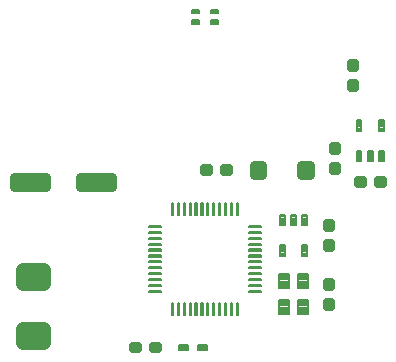
<source format=gbr>
G04 EAGLE Gerber RS-274X export*
G75*
%MOMM*%
%FSLAX34Y34*%
%LPD*%
%INSolderpaste Top*%
%IPPOS*%
%AMOC8*
5,1,8,0,0,1.08239X$1,22.5*%
G01*
%ADD10C,0.500000*%
%ADD11C,0.200000*%
%ADD12C,1.200000*%
%ADD13C,0.203000*%
%ADD14C,0.198000*%
%ADD15C,0.201000*%
%ADD16C,0.800000*%
%ADD17C,0.750000*%


D10*
X-44500Y37500D02*
X-38500Y37500D01*
X-38500Y32500D01*
X-44500Y32500D01*
X-44500Y37500D01*
X-44500Y37250D02*
X-38500Y37250D01*
X-55500Y37500D02*
X-61500Y37500D01*
X-55500Y37500D02*
X-55500Y32500D01*
X-61500Y32500D01*
X-61500Y37500D01*
X-61500Y37250D02*
X-55500Y37250D01*
D11*
X5000Y318000D02*
X11000Y318000D01*
X5000Y318000D02*
X5000Y321000D01*
X11000Y321000D01*
X11000Y318000D01*
X11000Y319900D02*
X5000Y319900D01*
X5000Y309000D02*
X11000Y309000D01*
X5000Y309000D02*
X5000Y312000D01*
X11000Y312000D01*
X11000Y309000D01*
X11000Y310900D02*
X5000Y310900D01*
X-5000Y309000D02*
X-11000Y309000D01*
X-11000Y312000D01*
X-5000Y312000D01*
X-5000Y309000D01*
X-5000Y310900D02*
X-11000Y310900D01*
X-11000Y318000D02*
X-5000Y318000D01*
X-11000Y318000D02*
X-11000Y321000D01*
X-5000Y321000D01*
X-5000Y318000D01*
X-5000Y319900D02*
X-11000Y319900D01*
D12*
X-136000Y51000D02*
X-136000Y39000D01*
X-154000Y39000D01*
X-154000Y51000D01*
X-136000Y51000D01*
X-136000Y50400D02*
X-154000Y50400D01*
X-136000Y89000D02*
X-136000Y101000D01*
X-136000Y89000D02*
X-154000Y89000D01*
X-154000Y101000D01*
X-136000Y101000D01*
X-136000Y100400D02*
X-154000Y100400D01*
D13*
X-5485Y37485D02*
X1985Y37485D01*
X1985Y32515D01*
X-5485Y32515D01*
X-5485Y37485D01*
X-5485Y34443D02*
X1985Y34443D01*
X1985Y36371D02*
X-5485Y36371D01*
X-14515Y37485D02*
X-21985Y37485D01*
X-14515Y37485D02*
X-14515Y32515D01*
X-21985Y32515D01*
X-21985Y37485D01*
X-21985Y34443D02*
X-14515Y34443D01*
X-14515Y36371D02*
X-21985Y36371D01*
D10*
X107500Y118500D02*
X107500Y124500D01*
X107500Y118500D02*
X102500Y118500D01*
X102500Y124500D01*
X107500Y124500D01*
X107500Y123250D02*
X102500Y123250D01*
X107500Y135500D02*
X107500Y141500D01*
X107500Y135500D02*
X102500Y135500D01*
X102500Y141500D01*
X107500Y141500D01*
X107500Y140250D02*
X102500Y140250D01*
D14*
X82490Y138490D02*
X82490Y147510D01*
X86510Y147510D01*
X86510Y138490D01*
X82490Y138490D01*
X82490Y140371D02*
X86510Y140371D01*
X86510Y142252D02*
X82490Y142252D01*
X82490Y144133D02*
X86510Y144133D01*
X86510Y146014D02*
X82490Y146014D01*
X72990Y147510D02*
X72990Y138490D01*
X72990Y147510D02*
X77010Y147510D01*
X77010Y138490D01*
X72990Y138490D01*
X72990Y140371D02*
X77010Y140371D01*
X77010Y142252D02*
X72990Y142252D01*
X72990Y144133D02*
X77010Y144133D01*
X77010Y146014D02*
X72990Y146014D01*
X63490Y147510D02*
X63490Y138490D01*
X63490Y147510D02*
X67510Y147510D01*
X67510Y138490D01*
X63490Y138490D01*
X63490Y140371D02*
X67510Y140371D01*
X67510Y142252D02*
X63490Y142252D01*
X63490Y144133D02*
X67510Y144133D01*
X67510Y146014D02*
X63490Y146014D01*
X63490Y121510D02*
X63490Y112490D01*
X63490Y121510D02*
X67510Y121510D01*
X67510Y112490D01*
X63490Y112490D01*
X63490Y114371D02*
X67510Y114371D01*
X67510Y116252D02*
X63490Y116252D01*
X63490Y118133D02*
X67510Y118133D01*
X67510Y120014D02*
X63490Y120014D01*
X82490Y121510D02*
X82490Y112490D01*
X82490Y121510D02*
X86510Y121510D01*
X86510Y112490D01*
X82490Y112490D01*
X82490Y114371D02*
X86510Y114371D01*
X86510Y116252D02*
X82490Y116252D01*
X82490Y118133D02*
X86510Y118133D01*
X86510Y120014D02*
X82490Y120014D01*
D15*
X47495Y82995D02*
X37505Y82995D01*
X47495Y82995D02*
X47495Y82005D01*
X37505Y82005D01*
X37505Y82995D01*
X37505Y87995D02*
X47495Y87995D01*
X47495Y87005D01*
X37505Y87005D01*
X37505Y87995D01*
X37505Y92995D02*
X47495Y92995D01*
X47495Y92005D01*
X37505Y92005D01*
X37505Y92995D01*
X37505Y97995D02*
X47495Y97995D01*
X47495Y97005D01*
X37505Y97005D01*
X37505Y97995D01*
X37505Y102995D02*
X47495Y102995D01*
X47495Y102005D01*
X37505Y102005D01*
X37505Y102995D01*
X37505Y107995D02*
X47495Y107995D01*
X47495Y107005D01*
X37505Y107005D01*
X37505Y107995D01*
X37505Y112995D02*
X47495Y112995D01*
X47495Y112005D01*
X37505Y112005D01*
X37505Y112995D01*
X37505Y117995D02*
X47495Y117995D01*
X47495Y117005D01*
X37505Y117005D01*
X37505Y117995D01*
X37505Y122995D02*
X47495Y122995D01*
X47495Y122005D01*
X37505Y122005D01*
X37505Y122995D01*
X37505Y127995D02*
X47495Y127995D01*
X47495Y127005D01*
X37505Y127005D01*
X37505Y127995D01*
X37505Y132995D02*
X47495Y132995D01*
X47495Y132005D01*
X37505Y132005D01*
X37505Y132995D01*
X37505Y137995D02*
X47495Y137995D01*
X47495Y137005D01*
X37505Y137005D01*
X37505Y137995D01*
X27005Y147505D02*
X27005Y157495D01*
X27995Y157495D01*
X27995Y147505D01*
X27005Y147505D01*
X27005Y149414D02*
X27995Y149414D01*
X27995Y151323D02*
X27005Y151323D01*
X27005Y153232D02*
X27995Y153232D01*
X27995Y155141D02*
X27005Y155141D01*
X27005Y157050D02*
X27995Y157050D01*
X22005Y157495D02*
X22005Y147505D01*
X22005Y157495D02*
X22995Y157495D01*
X22995Y147505D01*
X22005Y147505D01*
X22005Y149414D02*
X22995Y149414D01*
X22995Y151323D02*
X22005Y151323D01*
X22005Y153232D02*
X22995Y153232D01*
X22995Y155141D02*
X22005Y155141D01*
X22005Y157050D02*
X22995Y157050D01*
X17005Y157495D02*
X17005Y147505D01*
X17005Y157495D02*
X17995Y157495D01*
X17995Y147505D01*
X17005Y147505D01*
X17005Y149414D02*
X17995Y149414D01*
X17995Y151323D02*
X17005Y151323D01*
X17005Y153232D02*
X17995Y153232D01*
X17995Y155141D02*
X17005Y155141D01*
X17005Y157050D02*
X17995Y157050D01*
X12005Y157495D02*
X12005Y147505D01*
X12005Y157495D02*
X12995Y157495D01*
X12995Y147505D01*
X12005Y147505D01*
X12005Y149414D02*
X12995Y149414D01*
X12995Y151323D02*
X12005Y151323D01*
X12005Y153232D02*
X12995Y153232D01*
X12995Y155141D02*
X12005Y155141D01*
X12005Y157050D02*
X12995Y157050D01*
X7005Y157495D02*
X7005Y147505D01*
X7005Y157495D02*
X7995Y157495D01*
X7995Y147505D01*
X7005Y147505D01*
X7005Y149414D02*
X7995Y149414D01*
X7995Y151323D02*
X7005Y151323D01*
X7005Y153232D02*
X7995Y153232D01*
X7995Y155141D02*
X7005Y155141D01*
X7005Y157050D02*
X7995Y157050D01*
X2995Y157495D02*
X2995Y147505D01*
X2005Y147505D01*
X2005Y157495D01*
X2995Y157495D01*
X2995Y149414D02*
X2005Y149414D01*
X2005Y151323D02*
X2995Y151323D01*
X2995Y153232D02*
X2005Y153232D01*
X2005Y155141D02*
X2995Y155141D01*
X2995Y157050D02*
X2005Y157050D01*
X-2995Y157495D02*
X-2995Y147505D01*
X-2995Y157495D02*
X-2005Y157495D01*
X-2005Y147505D01*
X-2995Y147505D01*
X-2995Y149414D02*
X-2005Y149414D01*
X-2005Y151323D02*
X-2995Y151323D01*
X-2995Y153232D02*
X-2005Y153232D01*
X-2005Y155141D02*
X-2995Y155141D01*
X-2995Y157050D02*
X-2005Y157050D01*
X-7995Y157495D02*
X-7995Y147505D01*
X-7995Y157495D02*
X-7005Y157495D01*
X-7005Y147505D01*
X-7995Y147505D01*
X-7995Y149414D02*
X-7005Y149414D01*
X-7005Y151323D02*
X-7995Y151323D01*
X-7995Y153232D02*
X-7005Y153232D01*
X-7005Y155141D02*
X-7995Y155141D01*
X-7995Y157050D02*
X-7005Y157050D01*
X-12995Y157495D02*
X-12995Y147505D01*
X-12995Y157495D02*
X-12005Y157495D01*
X-12005Y147505D01*
X-12995Y147505D01*
X-12995Y149414D02*
X-12005Y149414D01*
X-12005Y151323D02*
X-12995Y151323D01*
X-12995Y153232D02*
X-12005Y153232D01*
X-12005Y155141D02*
X-12995Y155141D01*
X-12995Y157050D02*
X-12005Y157050D01*
X-17995Y157495D02*
X-17995Y147505D01*
X-17995Y157495D02*
X-17005Y157495D01*
X-17005Y147505D01*
X-17995Y147505D01*
X-17995Y149414D02*
X-17005Y149414D01*
X-17005Y151323D02*
X-17995Y151323D01*
X-17995Y153232D02*
X-17005Y153232D01*
X-17005Y155141D02*
X-17995Y155141D01*
X-17995Y157050D02*
X-17005Y157050D01*
X-22995Y157495D02*
X-22995Y147505D01*
X-22995Y157495D02*
X-22005Y157495D01*
X-22005Y147505D01*
X-22995Y147505D01*
X-22995Y149414D02*
X-22005Y149414D01*
X-22005Y151323D02*
X-22995Y151323D01*
X-22995Y153232D02*
X-22005Y153232D01*
X-22005Y155141D02*
X-22995Y155141D01*
X-22995Y157050D02*
X-22005Y157050D01*
X-27995Y157495D02*
X-27995Y147505D01*
X-27995Y157495D02*
X-27005Y157495D01*
X-27005Y147505D01*
X-27995Y147505D01*
X-27995Y149414D02*
X-27005Y149414D01*
X-27005Y151323D02*
X-27995Y151323D01*
X-27995Y153232D02*
X-27005Y153232D01*
X-27005Y155141D02*
X-27995Y155141D01*
X-27995Y157050D02*
X-27005Y157050D01*
X-37505Y137995D02*
X-47495Y137995D01*
X-37505Y137995D02*
X-37505Y137005D01*
X-47495Y137005D01*
X-47495Y137995D01*
X-47495Y132995D02*
X-37505Y132995D01*
X-37505Y132005D01*
X-47495Y132005D01*
X-47495Y132995D01*
X-47495Y127995D02*
X-37505Y127995D01*
X-37505Y127005D01*
X-47495Y127005D01*
X-47495Y127995D01*
X-47495Y122995D02*
X-37505Y122995D01*
X-37505Y122005D01*
X-47495Y122005D01*
X-47495Y122995D01*
X-47495Y117995D02*
X-37505Y117995D01*
X-37505Y117005D01*
X-47495Y117005D01*
X-47495Y117995D01*
X-47495Y112995D02*
X-37505Y112995D01*
X-37505Y112005D01*
X-47495Y112005D01*
X-47495Y112995D01*
X-47495Y107995D02*
X-37505Y107995D01*
X-37505Y107005D01*
X-47495Y107005D01*
X-47495Y107995D01*
X-47495Y102995D02*
X-37505Y102995D01*
X-37505Y102005D01*
X-47495Y102005D01*
X-47495Y102995D01*
X-47495Y97995D02*
X-37505Y97995D01*
X-37505Y97005D01*
X-47495Y97005D01*
X-47495Y97995D01*
X-47495Y92995D02*
X-37505Y92995D01*
X-37505Y92005D01*
X-47495Y92005D01*
X-47495Y92995D01*
X-47495Y87995D02*
X-37505Y87995D01*
X-37505Y87005D01*
X-47495Y87005D01*
X-47495Y87995D01*
X-47495Y82995D02*
X-37505Y82995D01*
X-37505Y82005D01*
X-47495Y82005D01*
X-47495Y82995D01*
X-27995Y72495D02*
X-27995Y62505D01*
X-27995Y72495D02*
X-27005Y72495D01*
X-27005Y62505D01*
X-27995Y62505D01*
X-27995Y64414D02*
X-27005Y64414D01*
X-27005Y66323D02*
X-27995Y66323D01*
X-27995Y68232D02*
X-27005Y68232D01*
X-27005Y70141D02*
X-27995Y70141D01*
X-27995Y72050D02*
X-27005Y72050D01*
X-22995Y72495D02*
X-22995Y62505D01*
X-22995Y72495D02*
X-22005Y72495D01*
X-22005Y62505D01*
X-22995Y62505D01*
X-22995Y64414D02*
X-22005Y64414D01*
X-22005Y66323D02*
X-22995Y66323D01*
X-22995Y68232D02*
X-22005Y68232D01*
X-22005Y70141D02*
X-22995Y70141D01*
X-22995Y72050D02*
X-22005Y72050D01*
X-17995Y72495D02*
X-17995Y62505D01*
X-17995Y72495D02*
X-17005Y72495D01*
X-17005Y62505D01*
X-17995Y62505D01*
X-17995Y64414D02*
X-17005Y64414D01*
X-17005Y66323D02*
X-17995Y66323D01*
X-17995Y68232D02*
X-17005Y68232D01*
X-17005Y70141D02*
X-17995Y70141D01*
X-17995Y72050D02*
X-17005Y72050D01*
X-12995Y72495D02*
X-12995Y62505D01*
X-12995Y72495D02*
X-12005Y72495D01*
X-12005Y62505D01*
X-12995Y62505D01*
X-12995Y64414D02*
X-12005Y64414D01*
X-12005Y66323D02*
X-12995Y66323D01*
X-12995Y68232D02*
X-12005Y68232D01*
X-12005Y70141D02*
X-12995Y70141D01*
X-12995Y72050D02*
X-12005Y72050D01*
X-7995Y72495D02*
X-7995Y62505D01*
X-7995Y72495D02*
X-7005Y72495D01*
X-7005Y62505D01*
X-7995Y62505D01*
X-7995Y64414D02*
X-7005Y64414D01*
X-7005Y66323D02*
X-7995Y66323D01*
X-7995Y68232D02*
X-7005Y68232D01*
X-7005Y70141D02*
X-7995Y70141D01*
X-7995Y72050D02*
X-7005Y72050D01*
X-2995Y72495D02*
X-2995Y62505D01*
X-2995Y72495D02*
X-2005Y72495D01*
X-2005Y62505D01*
X-2995Y62505D01*
X-2995Y64414D02*
X-2005Y64414D01*
X-2005Y66323D02*
X-2995Y66323D01*
X-2995Y68232D02*
X-2005Y68232D01*
X-2005Y70141D02*
X-2995Y70141D01*
X-2995Y72050D02*
X-2005Y72050D01*
X2005Y72495D02*
X2005Y62505D01*
X2005Y72495D02*
X2995Y72495D01*
X2995Y62505D01*
X2005Y62505D01*
X2005Y64414D02*
X2995Y64414D01*
X2995Y66323D02*
X2005Y66323D01*
X2005Y68232D02*
X2995Y68232D01*
X2995Y70141D02*
X2005Y70141D01*
X2005Y72050D02*
X2995Y72050D01*
X7005Y72495D02*
X7005Y62505D01*
X7005Y72495D02*
X7995Y72495D01*
X7995Y62505D01*
X7005Y62505D01*
X7005Y64414D02*
X7995Y64414D01*
X7995Y66323D02*
X7005Y66323D01*
X7005Y68232D02*
X7995Y68232D01*
X7995Y70141D02*
X7005Y70141D01*
X7005Y72050D02*
X7995Y72050D01*
X12005Y72495D02*
X12005Y62505D01*
X12005Y72495D02*
X12995Y72495D01*
X12995Y62505D01*
X12005Y62505D01*
X12005Y64414D02*
X12995Y64414D01*
X12995Y66323D02*
X12005Y66323D01*
X12005Y68232D02*
X12995Y68232D01*
X12995Y70141D02*
X12005Y70141D01*
X12005Y72050D02*
X12995Y72050D01*
X17005Y72495D02*
X17005Y62505D01*
X17005Y72495D02*
X17995Y72495D01*
X17995Y62505D01*
X17005Y62505D01*
X17005Y64414D02*
X17995Y64414D01*
X17995Y66323D02*
X17005Y66323D01*
X17005Y68232D02*
X17995Y68232D01*
X17995Y70141D02*
X17005Y70141D01*
X17005Y72050D02*
X17995Y72050D01*
X22005Y72495D02*
X22005Y62505D01*
X22005Y72495D02*
X22995Y72495D01*
X22995Y62505D01*
X22005Y62505D01*
X22005Y64414D02*
X22995Y64414D01*
X22995Y66323D02*
X22005Y66323D01*
X22005Y68232D02*
X22995Y68232D01*
X22995Y70141D02*
X22005Y70141D01*
X22005Y72050D02*
X22995Y72050D01*
X27005Y72495D02*
X27005Y62505D01*
X27005Y72495D02*
X27995Y72495D01*
X27995Y62505D01*
X27005Y62505D01*
X27005Y64414D02*
X27995Y64414D01*
X27995Y66323D02*
X27005Y66323D01*
X27005Y68232D02*
X27995Y68232D01*
X27995Y70141D02*
X27005Y70141D01*
X27005Y72050D02*
X27995Y72050D01*
D16*
X-105500Y171000D02*
X-105500Y179000D01*
X-78500Y179000D01*
X-78500Y171000D01*
X-105500Y171000D01*
X-105500Y178600D02*
X-78500Y178600D01*
X-161500Y179000D02*
X-161500Y171000D01*
X-161500Y179000D02*
X-134500Y179000D01*
X-134500Y171000D01*
X-161500Y171000D01*
X-161500Y178600D02*
X-134500Y178600D01*
D11*
X87000Y75000D02*
X87000Y63000D01*
X79000Y63000D01*
X79000Y75000D01*
X87000Y75000D01*
X87000Y64900D02*
X79000Y64900D01*
X79000Y66800D02*
X87000Y66800D01*
X87000Y68700D02*
X79000Y68700D01*
X79000Y70600D02*
X87000Y70600D01*
X87000Y72500D02*
X79000Y72500D01*
X79000Y74400D02*
X87000Y74400D01*
X87000Y85000D02*
X87000Y97000D01*
X87000Y85000D02*
X79000Y85000D01*
X79000Y97000D01*
X87000Y97000D01*
X87000Y86900D02*
X79000Y86900D01*
X79000Y88800D02*
X87000Y88800D01*
X87000Y90700D02*
X79000Y90700D01*
X79000Y92600D02*
X87000Y92600D01*
X87000Y94500D02*
X79000Y94500D01*
X79000Y96400D02*
X87000Y96400D01*
X71000Y97000D02*
X71000Y85000D01*
X63000Y85000D01*
X63000Y97000D01*
X71000Y97000D01*
X71000Y86900D02*
X63000Y86900D01*
X63000Y88800D02*
X71000Y88800D01*
X71000Y90700D02*
X63000Y90700D01*
X63000Y92600D02*
X71000Y92600D01*
X71000Y94500D02*
X63000Y94500D01*
X63000Y96400D02*
X71000Y96400D01*
X71000Y75000D02*
X71000Y63000D01*
X63000Y63000D01*
X63000Y75000D01*
X71000Y75000D01*
X71000Y64900D02*
X63000Y64900D01*
X63000Y66800D02*
X71000Y66800D01*
X71000Y68700D02*
X63000Y68700D01*
X63000Y70600D02*
X71000Y70600D01*
X71000Y72500D02*
X63000Y72500D01*
X63000Y74400D02*
X71000Y74400D01*
D10*
X107500Y74500D02*
X107500Y68500D01*
X102500Y68500D01*
X102500Y74500D01*
X107500Y74500D01*
X107500Y73250D02*
X102500Y73250D01*
X107500Y85500D02*
X107500Y91500D01*
X107500Y85500D02*
X102500Y85500D01*
X102500Y91500D01*
X107500Y91500D01*
X107500Y90250D02*
X102500Y90250D01*
D14*
X132510Y192490D02*
X132510Y201510D01*
X132510Y192490D02*
X128490Y192490D01*
X128490Y201510D01*
X132510Y201510D01*
X132510Y194371D02*
X128490Y194371D01*
X128490Y196252D02*
X132510Y196252D01*
X132510Y198133D02*
X128490Y198133D01*
X128490Y200014D02*
X132510Y200014D01*
X142010Y201510D02*
X142010Y192490D01*
X137990Y192490D01*
X137990Y201510D01*
X142010Y201510D01*
X142010Y194371D02*
X137990Y194371D01*
X137990Y196252D02*
X142010Y196252D01*
X142010Y198133D02*
X137990Y198133D01*
X137990Y200014D02*
X142010Y200014D01*
X151510Y201510D02*
X151510Y192490D01*
X147490Y192490D01*
X147490Y201510D01*
X151510Y201510D01*
X151510Y194371D02*
X147490Y194371D01*
X147490Y196252D02*
X151510Y196252D01*
X151510Y198133D02*
X147490Y198133D01*
X147490Y200014D02*
X151510Y200014D01*
X151510Y218490D02*
X151510Y227510D01*
X151510Y218490D02*
X147490Y218490D01*
X147490Y227510D01*
X151510Y227510D01*
X151510Y220371D02*
X147490Y220371D01*
X147490Y222252D02*
X151510Y222252D01*
X151510Y224133D02*
X147490Y224133D01*
X147490Y226014D02*
X151510Y226014D01*
X132510Y227510D02*
X132510Y218490D01*
X128490Y218490D01*
X128490Y227510D01*
X132510Y227510D01*
X132510Y220371D02*
X128490Y220371D01*
X128490Y222252D02*
X132510Y222252D01*
X132510Y224133D02*
X128490Y224133D01*
X128490Y226014D02*
X132510Y226014D01*
D17*
X48750Y180750D02*
X41250Y180750D01*
X41250Y189250D01*
X48750Y189250D01*
X48750Y180750D01*
X48750Y187875D02*
X41250Y187875D01*
X81250Y180750D02*
X88750Y180750D01*
X81250Y180750D02*
X81250Y189250D01*
X88750Y189250D01*
X88750Y180750D01*
X88750Y187875D02*
X81250Y187875D01*
D10*
X107500Y200500D02*
X107500Y206500D01*
X112500Y206500D01*
X112500Y200500D01*
X107500Y200500D01*
X107500Y205250D02*
X112500Y205250D01*
X107500Y189500D02*
X107500Y183500D01*
X107500Y189500D02*
X112500Y189500D01*
X112500Y183500D01*
X107500Y183500D01*
X107500Y188250D02*
X112500Y188250D01*
X21500Y187500D02*
X15500Y187500D01*
X21500Y187500D02*
X21500Y182500D01*
X15500Y182500D01*
X15500Y187500D01*
X15500Y187250D02*
X21500Y187250D01*
X4500Y187500D02*
X-1500Y187500D01*
X4500Y187500D02*
X4500Y182500D01*
X-1500Y182500D01*
X-1500Y187500D01*
X-1500Y187250D02*
X4500Y187250D01*
X127500Y253500D02*
X127500Y259500D01*
X127500Y253500D02*
X122500Y253500D01*
X122500Y259500D01*
X127500Y259500D01*
X127500Y258250D02*
X122500Y258250D01*
X127500Y270500D02*
X127500Y276500D01*
X127500Y270500D02*
X122500Y270500D01*
X122500Y276500D01*
X127500Y276500D01*
X127500Y275250D02*
X122500Y275250D01*
X128500Y172500D02*
X134500Y172500D01*
X128500Y172500D02*
X128500Y177500D01*
X134500Y177500D01*
X134500Y172500D01*
X134500Y177250D02*
X128500Y177250D01*
X145500Y172500D02*
X151500Y172500D01*
X145500Y172500D02*
X145500Y177500D01*
X151500Y177500D01*
X151500Y172500D01*
X151500Y177250D02*
X145500Y177250D01*
M02*

</source>
